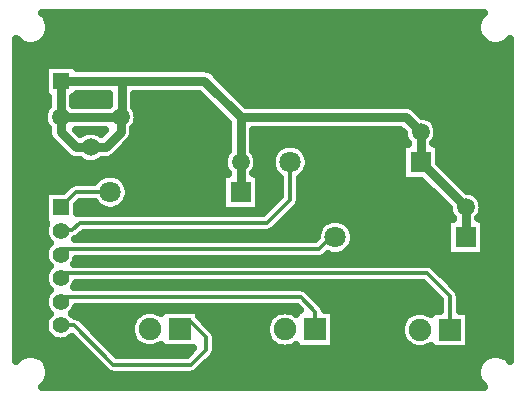
<source format=gtl>
G04 DipTrace 3.2.0.1*
G04 Top.gtl*
%MOIN*%
G04 #@! TF.FileFunction,Copper,L1,Top*
G04 #@! TF.Part,Single*
G04 #@! TA.AperFunction,Conductor*
%ADD14C,0.012992*%
%ADD15C,0.031496*%
G04 #@! TA.AperFunction,CopperBalancing*
%ADD16C,0.025*%
G04 #@! TA.AperFunction,ComponentPad*
%ADD17R,0.055118X0.055118*%
%ADD18C,0.055118*%
%ADD19R,0.070866X0.070866*%
%ADD20C,0.070866*%
%ADD21R,0.074803X0.074803*%
%ADD22C,0.074803*%
%ADD23C,0.059055*%
%FSLAX26Y26*%
G04*
G70*
G90*
G75*
G01*
G04 Top*
%LPD*%
X1890530Y635241D2*
D14*
Y746871D1*
X1814201Y823201D1*
X593701D1*
Y807480D1*
X1793701Y1193701D2*
D15*
Y1293701D1*
X1193701Y1193701D2*
Y1343701D1*
X1072441Y1464961D1*
X796846D1*
X593701D1*
Y1343701D1*
X793701D1*
Y1293701D1*
X743701Y1243701D1*
X693701D1*
X643701D1*
X593701Y1293701D1*
Y1343701D1*
D14*
X793701D1*
X796846Y1464961D2*
D15*
Y1346846D1*
D14*
X793701Y1343701D1*
X1193701Y1093701D2*
D15*
Y1193701D1*
X1793701Y1293701D2*
X1743701Y1343701D1*
X1193701D1*
X1793701Y1193701D2*
X1943701Y1043701D1*
Y943701D2*
Y1043701D1*
X1441282Y636369D2*
D14*
Y696119D1*
X1393701Y743701D1*
X608661D1*
X593701Y728740D1*
X758661Y1093701D2*
X643701D1*
X593701Y1043701D1*
X990530Y637121D2*
Y667718D1*
X1019684D1*
X1077573Y609828D1*
Y569168D1*
X1026921Y518517D1*
X768885D1*
X637402Y650000D1*
X593701D1*
X1358661Y1193701D2*
Y1069161D1*
X1281953Y992453D1*
X656778D1*
X632693Y968367D1*
X590294D1*
X593701Y964961D1*
X1508661Y943701D2*
X1493701D1*
X1453726Y903726D1*
X593701D1*
Y886220D1*
X553517Y1666962D2*
D16*
X1983884D1*
X558038Y1642093D2*
X1979363D1*
X552081Y1617224D2*
X1985319D1*
X448089Y1592356D2*
X456747D1*
X530658D2*
X2006742D1*
X2080676D2*
X2089348D1*
X448089Y1567487D2*
X2089348D1*
X448089Y1542618D2*
X2089348D1*
X448089Y1517749D2*
X537141D1*
X650260D2*
X2089348D1*
X448089Y1492881D2*
X537141D1*
X1106743D2*
X2089348D1*
X448089Y1468012D2*
X537141D1*
X1131611D2*
X2089348D1*
X448089Y1443143D2*
X537141D1*
X1156479D2*
X2089348D1*
X448089Y1418274D2*
X537141D1*
X650260D2*
X752123D1*
X841595D2*
X1056888D1*
X1181346D2*
X2089348D1*
X448089Y1393406D2*
X548947D1*
X638454D2*
X752123D1*
X841595D2*
X1081756D1*
X1206250D2*
X2089348D1*
X448089Y1368537D2*
X540981D1*
X846403D2*
X1106623D1*
X1781115D2*
X2089348D1*
X448089Y1343668D2*
X535168D1*
X852217D2*
X1131491D1*
X1821520D2*
X2089348D1*
X448089Y1318799D2*
X541017D1*
X846367D2*
X1148967D1*
X1846280D2*
X2089348D1*
X448089Y1293930D2*
X548947D1*
X655715D2*
X666396D1*
X720988D2*
X731705D1*
X838437D2*
X1148967D1*
X1238438D2*
X1731223D1*
X1852237D2*
X2089348D1*
X448089Y1269062D2*
X556878D1*
X830507D2*
X1148967D1*
X1238438D2*
X1740876D1*
X1846496D2*
X2089348D1*
X448089Y1244193D2*
X580956D1*
X806428D2*
X1148967D1*
X1238438D2*
X1320314D1*
X1397010D2*
X1729286D1*
X1858122D2*
X2089348D1*
X448089Y1219324D2*
X605824D1*
X781561D2*
X1141395D1*
X1246010D2*
X1299788D1*
X1417536D2*
X1729286D1*
X1858122D2*
X2089348D1*
X448089Y1194455D2*
X664494D1*
X722890D2*
X1135187D1*
X1252218D2*
X1294226D1*
X1423098D2*
X1729286D1*
X1858122D2*
X2089348D1*
X448089Y1169587D2*
X1140642D1*
X1246763D2*
X1299142D1*
X1418182D2*
X1729286D1*
X1880047D2*
X2089348D1*
X448089Y1144718D2*
X721048D1*
X796273D2*
X1129266D1*
X1258138D2*
X1318268D1*
X1399056D2*
X1729286D1*
X1904915D2*
X2089348D1*
X448089Y1119849D2*
X621074D1*
X817301D2*
X1129266D1*
X1258138D2*
X1323184D1*
X1394139D2*
X1805324D1*
X1929783D2*
X2089348D1*
X448089Y1094980D2*
X537141D1*
X823079D2*
X1129266D1*
X1258138D2*
X1323184D1*
X1394139D2*
X1830192D1*
X1968753D2*
X2089348D1*
X448089Y1070112D2*
X537141D1*
X818414D2*
X1129266D1*
X1258138D2*
X1310445D1*
X1394139D2*
X1855060D1*
X1995594D2*
X2089348D1*
X448089Y1045243D2*
X537141D1*
X650260D2*
X717603D1*
X799718D2*
X1129266D1*
X1258138D2*
X1285578D1*
X1383913D2*
X1879928D1*
X2002197D2*
X2089348D1*
X448089Y1020374D2*
X537141D1*
X1359009D2*
X1890262D1*
X1997137D2*
X2089348D1*
X448089Y995505D2*
X537141D1*
X1334141D2*
X1472247D1*
X1545104D2*
X1879282D1*
X2008118D2*
X2089348D1*
X448089Y970636D2*
X537464D1*
X1309273D2*
X1450394D1*
X1566922D2*
X1879282D1*
X2008118D2*
X2089348D1*
X448089Y945768D2*
X540658D1*
X659231D2*
X1444258D1*
X1573058D2*
X1879282D1*
X2008118D2*
X2089348D1*
X448089Y920899D2*
X549737D1*
X1568752D2*
X1879282D1*
X2008118D2*
X2089348D1*
X448089Y896030D2*
X538038D1*
X1550702D2*
X1879282D1*
X2008118D2*
X2089348D1*
X448089Y871161D2*
X539294D1*
X1461494D2*
X2089348D1*
X448089Y846293D2*
X553576D1*
X1840252D2*
X2089348D1*
X448089Y821424D2*
X538971D1*
X1865119D2*
X2089348D1*
X448089Y796555D2*
X538254D1*
X1889987D2*
X2089348D1*
X448089Y771686D2*
X550705D1*
X1413660D2*
X1816556D1*
X1914855D2*
X2089348D1*
X448089Y746818D2*
X540263D1*
X1439748D2*
X1841424D1*
X1926015D2*
X2089348D1*
X448089Y721949D2*
X537572D1*
X1464616D2*
X1855060D1*
X1926015D2*
X2089348D1*
X448089Y697080D2*
X547404D1*
X639997D2*
X865948D1*
X915121D2*
X924152D1*
X1056936D2*
X1318878D1*
X1363710D2*
X1374893D1*
X1507677D2*
X1771952D1*
X1809104D2*
X1824128D1*
X1956911D2*
X2089348D1*
X448089Y672211D2*
X541914D1*
X664327D2*
X834621D1*
X1064328D2*
X1285901D1*
X1507677D2*
X1735924D1*
X1956911D2*
X2089348D1*
X448089Y647343D2*
X537213D1*
X689195D2*
X824968D1*
X1089196D2*
X1275853D1*
X1507677D2*
X1725303D1*
X1956911D2*
X2089348D1*
X448089Y622474D2*
X544677D1*
X714062D2*
X825830D1*
X1110547D2*
X1276427D1*
X1507677D2*
X1725410D1*
X1956911D2*
X2089348D1*
X448089Y597605D2*
X577906D1*
X609496D2*
X640631D1*
X738966D2*
X837815D1*
X1113059D2*
X1287982D1*
X1507677D2*
X1736391D1*
X1956911D2*
X2089348D1*
X448089Y572736D2*
X665499D1*
X763834D2*
X1031984D1*
X1113059D2*
X1333017D1*
X1349535D2*
X1374893D1*
X1507677D2*
X1774787D1*
X1806269D2*
X1824128D1*
X1956911D2*
X2089348D1*
X448089Y547867D2*
X461336D1*
X526029D2*
X690367D1*
X1105272D2*
X2011371D1*
X2076047D2*
X2089348D1*
X550682Y522999D2*
X715234D1*
X1080548D2*
X1986755D1*
X557894Y498130D2*
X740102D1*
X1055680D2*
X1979506D1*
X554557Y473261D2*
X1982843D1*
X538302Y448392D2*
X1999099D1*
X548836Y1519012D2*
X647752D1*
Y1507206D1*
X1075755Y1507071D1*
X1082302Y1506034D1*
X1088606Y1503986D1*
X1094511Y1500976D1*
X1099874Y1497080D1*
X1128292Y1468846D1*
X1211189Y1385949D1*
X1747015Y1385811D1*
X1753562Y1384774D1*
X1759865Y1382726D1*
X1765771Y1379717D1*
X1771134Y1375821D1*
X1797548Y1349591D1*
X1806778Y1348173D1*
X1815139Y1345456D1*
X1822971Y1341465D1*
X1830083Y1336298D1*
X1836298Y1330083D1*
X1841465Y1322971D1*
X1845456Y1315139D1*
X1848173Y1306778D1*
X1849548Y1298096D1*
Y1289306D1*
X1848173Y1280623D1*
X1845456Y1272263D1*
X1841465Y1264431D1*
X1836298Y1257319D1*
X1835937Y1256928D1*
X1842012Y1255626D1*
X1855626D1*
Y1191501D1*
X1947572Y1099567D1*
X1952464Y1099031D1*
X1961012Y1096979D1*
X1969133Y1093615D1*
X1976628Y1089022D1*
X1983313Y1083313D1*
X1989022Y1076628D1*
X1993615Y1069133D1*
X1996979Y1061012D1*
X1999031Y1052464D1*
X1999720Y1043701D1*
X1999031Y1034937D1*
X1996979Y1026390D1*
X1993615Y1018268D1*
X1989022Y1010773D1*
X1985937Y1006928D1*
X1992012Y1005626D1*
X2005626D1*
Y881776D1*
X1881776D1*
Y1005626D1*
X1901476D1*
X1901103Y1007319D1*
X1895936Y1014431D1*
X1891945Y1022263D1*
X1889229Y1030623D1*
X1887854Y1039306D1*
X1887833Y1039838D1*
X1795869Y1131796D1*
X1731776Y1131776D1*
Y1255626D1*
X1751476D1*
X1751103Y1257319D1*
X1745936Y1264431D1*
X1741945Y1272263D1*
X1739229Y1280623D1*
X1737854Y1289306D1*
X1737833Y1289838D1*
X1726203Y1301462D1*
X1235975Y1301461D1*
X1235941Y1230486D1*
X1241465Y1222971D1*
X1245456Y1215139D1*
X1248173Y1206778D1*
X1249548Y1198096D1*
Y1189306D1*
X1248173Y1180623D1*
X1245456Y1172263D1*
X1241465Y1164431D1*
X1236298Y1157319D1*
X1235937Y1156928D1*
X1242012Y1155626D1*
X1255626D1*
Y1031776D1*
X1131776D1*
Y1155626D1*
X1151476D1*
X1151103Y1157319D1*
X1145936Y1164431D1*
X1141945Y1172263D1*
X1139229Y1180623D1*
X1137854Y1189306D1*
Y1198096D1*
X1139229Y1206778D1*
X1141945Y1215139D1*
X1145936Y1222971D1*
X1151103Y1230083D1*
X1151465Y1230474D1*
X1151461Y1326221D1*
X1054953Y1422712D1*
X839086Y1422720D1*
X839087Y1376506D1*
X843615Y1369133D1*
X846979Y1361012D1*
X849031Y1352464D1*
X849720Y1343701D1*
X849031Y1334937D1*
X846979Y1326390D1*
X843615Y1318268D1*
X839022Y1310773D1*
X835937Y1306928D1*
X835811Y1290387D1*
X834774Y1283840D1*
X832726Y1277536D1*
X829717Y1271630D1*
X825821Y1266268D1*
X797586Y1237850D1*
X771134Y1211581D1*
X765771Y1207685D1*
X759865Y1204676D1*
X753562Y1202628D1*
X747015Y1201591D1*
X730531Y1201461D1*
X722971Y1195936D1*
X715139Y1191945D1*
X706778Y1189229D1*
X698096Y1187854D1*
X689306D1*
X680623Y1189229D1*
X672263Y1191945D1*
X664431Y1195936D1*
X657319Y1201103D1*
X656928Y1201465D1*
X640387Y1201591D1*
X633840Y1202628D1*
X627536Y1204676D1*
X621630Y1207685D1*
X616268Y1211581D1*
X587850Y1239815D1*
X561581Y1266268D1*
X557685Y1271630D1*
X554676Y1277536D1*
X552628Y1283840D1*
X551591Y1290387D1*
X551461Y1306870D1*
X545936Y1314431D1*
X541945Y1322263D1*
X539229Y1330623D1*
X537854Y1339306D1*
Y1348096D1*
X539229Y1356778D1*
X541945Y1365139D1*
X545936Y1372971D1*
X551103Y1380083D1*
X551465Y1380474D1*
X551460Y1410912D1*
X539650Y1410909D1*
Y1519012D1*
X548836D1*
X647752Y1422735D2*
Y1410909D1*
X635946D1*
X635941Y1385908D1*
X754641Y1385941D1*
X754606Y1422742D1*
X647748Y1422720D1*
X820396Y1088842D2*
X818876Y1079245D1*
X815873Y1070003D1*
X811461Y1061345D1*
X805750Y1053484D1*
X798879Y1046612D1*
X791017Y1040901D1*
X782359Y1036489D1*
X773118Y1033487D1*
X763520Y1031966D1*
X753803D1*
X744205Y1033487D1*
X734964Y1036489D1*
X726306Y1040901D1*
X718444Y1046612D1*
X711573Y1053484D1*
X706294Y1060697D1*
X657360Y1060712D1*
X647768Y1051116D1*
X647752Y1024153D1*
X651618Y1025035D1*
X656788Y1025441D1*
X1268281D1*
X1325690Y1082842D1*
X1325673Y1141325D1*
X1318444Y1146612D1*
X1311573Y1153484D1*
X1305862Y1161345D1*
X1301450Y1170003D1*
X1298447Y1179245D1*
X1296927Y1188842D1*
Y1198559D1*
X1298447Y1208157D1*
X1301450Y1217399D1*
X1305862Y1226057D1*
X1311573Y1233918D1*
X1318444Y1240789D1*
X1326306Y1246501D1*
X1334964Y1250912D1*
X1344205Y1253915D1*
X1353803Y1255435D1*
X1363520D1*
X1373118Y1253915D1*
X1382359Y1250912D1*
X1391017Y1246501D1*
X1398879Y1240789D1*
X1405750Y1233918D1*
X1411461Y1226057D1*
X1415873Y1217399D1*
X1418876Y1208157D1*
X1420396Y1198559D1*
Y1188842D1*
X1418876Y1179245D1*
X1415873Y1170003D1*
X1411461Y1161345D1*
X1405750Y1153484D1*
X1398879Y1146612D1*
X1391665Y1141334D1*
X1391548Y1066573D1*
X1390738Y1061460D1*
X1389139Y1056537D1*
X1386789Y1051925D1*
X1383746Y1047737D1*
X1336518Y1000365D1*
X1303377Y967368D1*
X1299189Y964326D1*
X1294577Y961976D1*
X1289654Y960376D1*
X1284541Y959566D1*
X1217648Y959465D1*
X670450D1*
X654117Y943283D1*
X649929Y940240D1*
X645317Y937890D1*
X642877Y936991D1*
X658005Y936714D1*
X1440029D1*
X1446736Y943701D1*
X1447499Y953388D1*
X1449767Y962837D1*
X1453486Y971814D1*
X1458563Y980100D1*
X1464874Y987489D1*
X1472263Y993799D1*
X1480548Y998877D1*
X1489525Y1002595D1*
X1498974Y1004864D1*
X1508661Y1005626D1*
X1518349Y1004864D1*
X1527797Y1002595D1*
X1536775Y998877D1*
X1545060Y993799D1*
X1552449Y987489D1*
X1558760Y980100D1*
X1563837Y971814D1*
X1567556Y962837D1*
X1569824Y953388D1*
X1570587Y943701D1*
X1569824Y934014D1*
X1567556Y924565D1*
X1563837Y915587D1*
X1558760Y907302D1*
X1552449Y899913D1*
X1545060Y893602D1*
X1536775Y888525D1*
X1527797Y884806D1*
X1518349Y882538D1*
X1508661Y881776D1*
X1498974Y882538D1*
X1489525Y884806D1*
X1483705Y887070D1*
X1475150Y878641D1*
X1470962Y875599D1*
X1466350Y873249D1*
X1461427Y871649D1*
X1456314Y870839D1*
X1389421Y870737D1*
X645506D1*
X643638Y865536D1*
X639787Y857979D1*
X638599Y856201D1*
X1816789Y856087D1*
X1821902Y855278D1*
X1826825Y853678D1*
X1831437Y851328D1*
X1835625Y848285D1*
X1882997Y801057D1*
X1915615Y768296D1*
X1918657Y764108D1*
X1921007Y759495D1*
X1922607Y754572D1*
X1923417Y749460D1*
X1923518Y699110D1*
X1954424Y699135D1*
Y571348D1*
X1826637D1*
Y582508D1*
X1819537Y578312D1*
X1810274Y574475D1*
X1800525Y572134D1*
X1790530Y571348D1*
X1780535Y572134D1*
X1770786Y574475D1*
X1761523Y578312D1*
X1752974Y583550D1*
X1745351Y590062D1*
X1738839Y597686D1*
X1733600Y606234D1*
X1729764Y615497D1*
X1727423Y625246D1*
X1726636Y635241D1*
X1727423Y645237D1*
X1729764Y654986D1*
X1733600Y664249D1*
X1738839Y672797D1*
X1745351Y680421D1*
X1752974Y686933D1*
X1761523Y692171D1*
X1770786Y696008D1*
X1780535Y698349D1*
X1790530Y699135D1*
X1800525Y698349D1*
X1810274Y696008D1*
X1819537Y692171D1*
X1826636Y687902D1*
X1826637Y699135D1*
X1857533D1*
X1857542Y733241D1*
X1800547Y790203D1*
X644915Y790213D1*
X641861Y782942D1*
X638083Y776689D1*
X1396289Y776587D1*
X1401402Y775778D1*
X1406325Y774178D1*
X1410937Y771828D1*
X1415125Y768785D1*
X1462497Y721557D1*
X1466367Y717544D1*
X1469409Y713356D1*
X1471759Y708743D1*
X1473359Y703820D1*
X1473865Y701270D1*
X1478438Y700262D1*
X1505176D1*
Y572475D1*
X1377389D1*
Y583635D1*
X1370289Y579439D1*
X1361026Y575602D1*
X1351277Y573262D1*
X1341282Y572475D1*
X1331287Y573262D1*
X1321538Y575602D1*
X1312275Y579439D1*
X1303726Y584678D1*
X1296102Y591189D1*
X1289591Y598813D1*
X1284352Y607362D1*
X1280516Y616625D1*
X1278175Y626374D1*
X1277388Y636369D1*
X1278175Y646364D1*
X1280516Y656113D1*
X1284352Y665376D1*
X1289591Y673925D1*
X1296102Y681548D1*
X1303726Y688060D1*
X1312275Y693298D1*
X1321538Y697135D1*
X1331287Y699476D1*
X1341282Y700262D1*
X1351277Y699476D1*
X1361026Y697135D1*
X1370289Y693298D1*
X1377388Y689029D1*
X1377389Y700262D1*
X1390486D1*
X1380022Y710727D1*
X644690Y710712D1*
X641861Y704201D1*
X637429Y696970D1*
X631921Y690520D1*
X630716Y689406D1*
X636475Y682981D1*
X642562Y682582D1*
X647595Y681374D1*
X652378Y679393D1*
X656792Y676688D1*
X660735Y673319D1*
X782548Y551506D1*
X1013292Y551505D1*
X1034983Y573231D1*
X926637Y573227D1*
Y584387D1*
X919537Y580191D1*
X910274Y576354D1*
X900525Y574014D1*
X890530Y573227D1*
X880535Y574014D1*
X870786Y576354D1*
X861523Y580191D1*
X852974Y585430D1*
X845351Y591941D1*
X838839Y599565D1*
X833600Y608114D1*
X829764Y617376D1*
X827423Y627126D1*
X826636Y637121D1*
X827423Y647116D1*
X829764Y656865D1*
X833600Y666128D1*
X838839Y674677D1*
X845351Y682300D1*
X852974Y688812D1*
X861523Y694050D1*
X870786Y697887D1*
X880535Y700228D1*
X890530Y701014D1*
X900525Y700228D1*
X910274Y697887D1*
X919537Y694050D1*
X926636Y689781D1*
X926637Y701014D1*
X1054424D1*
Y679663D1*
X1102658Y631252D1*
X1105701Y627064D1*
X1108051Y622452D1*
X1109650Y617529D1*
X1110460Y612416D1*
X1110562Y569168D1*
X1110155Y564007D1*
X1108947Y558974D1*
X1106966Y554191D1*
X1104261Y549778D1*
X1100899Y545841D1*
X1048345Y493433D1*
X1044158Y490390D1*
X1039545Y488040D1*
X1034622Y486440D1*
X1029509Y485631D1*
X962617Y485529D1*
X766296Y485631D1*
X761184Y486440D1*
X756260Y488040D1*
X751648Y490390D1*
X747460Y493433D1*
X700088Y540661D1*
X630437Y610312D1*
X625471Y606272D1*
X618240Y601840D1*
X610404Y598594D1*
X602156Y596614D1*
X593701Y595949D1*
X585245Y596614D1*
X576998Y598594D1*
X569162Y601840D1*
X561930Y606272D1*
X555481Y611780D1*
X549972Y618230D1*
X545541Y625461D1*
X542295Y633297D1*
X540315Y641545D1*
X539650Y650000D1*
X540315Y658455D1*
X542295Y666703D1*
X545541Y674539D1*
X549972Y681770D1*
X555481Y688220D1*
X556686Y689334D1*
X552600Y693637D1*
X547615Y700498D1*
X543764Y708056D1*
X541143Y716122D1*
X539816Y724499D1*
Y732981D1*
X541143Y741358D1*
X543764Y749425D1*
X547615Y756982D1*
X552600Y763844D1*
X556686Y768074D1*
X552600Y772377D1*
X547615Y779239D1*
X543764Y786796D1*
X541143Y794862D1*
X539816Y803240D1*
Y811721D1*
X541143Y820098D1*
X543764Y828165D1*
X547615Y835722D1*
X552600Y842584D1*
X556686Y846814D1*
X552600Y851117D1*
X547615Y857979D1*
X543764Y865536D1*
X541143Y873602D1*
X539816Y881980D1*
Y890461D1*
X541143Y898838D1*
X543764Y906905D1*
X547615Y914462D1*
X552600Y921324D1*
X556686Y925555D1*
X552600Y929857D1*
X547615Y936719D1*
X543764Y944276D1*
X541143Y952343D1*
X539816Y960720D1*
Y969201D1*
X541143Y977579D1*
X543764Y985645D1*
X545630Y989658D1*
X539650Y989650D1*
Y1097752D1*
X601119D1*
X622277Y1118785D1*
X626464Y1121828D1*
X631077Y1124178D1*
X636000Y1125778D1*
X641113Y1126587D1*
X706247Y1126689D1*
X711573Y1133918D1*
X718444Y1140789D1*
X726306Y1146501D1*
X734964Y1150912D1*
X744205Y1153915D1*
X753803Y1155435D1*
X763520D1*
X773118Y1153915D1*
X782359Y1150912D1*
X791017Y1146501D1*
X798879Y1140789D1*
X805750Y1133918D1*
X811461Y1126057D1*
X815873Y1117399D1*
X818876Y1108157D1*
X820396Y1098559D1*
Y1088842D1*
X2091819Y1604922D2*
X2087431Y1599971D1*
X2080052Y1593668D1*
X2071777Y1588598D1*
X2062812Y1584884D1*
X2053375Y1582618D1*
X2043701Y1581857D1*
X2034026Y1582618D1*
X2024590Y1584884D1*
X2015624Y1588598D1*
X2007350Y1593668D1*
X1999971Y1599971D1*
X1993668Y1607350D1*
X1988598Y1615624D1*
X1984884Y1624590D1*
X1982618Y1634026D1*
X1981857Y1643701D1*
X1982618Y1653375D1*
X1984884Y1662812D1*
X1988598Y1671777D1*
X1993668Y1680052D1*
X1999971Y1687431D1*
X2004922Y1691819D1*
X532567Y1691831D1*
X537431Y1687431D1*
X543733Y1680052D1*
X548804Y1671777D1*
X552518Y1662812D1*
X554783Y1653375D1*
X555545Y1643701D1*
X554783Y1634026D1*
X552518Y1624590D1*
X548804Y1615624D1*
X543733Y1607350D1*
X537431Y1599971D1*
X530052Y1593668D1*
X521777Y1588598D1*
X512812Y1584884D1*
X503375Y1582618D1*
X493701Y1581857D1*
X484026Y1582618D1*
X474590Y1584884D1*
X465624Y1588598D1*
X457350Y1593668D1*
X449971Y1599971D1*
X445582Y1604922D1*
X445571Y532533D1*
X449971Y537431D1*
X457350Y543733D1*
X465624Y548804D1*
X474590Y552518D1*
X484026Y554783D1*
X493701Y555545D1*
X503375Y554783D1*
X512812Y552518D1*
X521777Y548804D1*
X530052Y543733D1*
X537431Y537431D1*
X543733Y530052D1*
X548804Y521777D1*
X552518Y512812D1*
X554783Y503375D1*
X555545Y493701D1*
X554783Y484026D1*
X552518Y474590D1*
X548804Y465624D1*
X543733Y457350D1*
X537431Y449971D1*
X532480Y445582D1*
X2004834Y445571D1*
X1999971Y449971D1*
X1993668Y457350D1*
X1988598Y465624D1*
X1984884Y474590D1*
X1982618Y484026D1*
X1981857Y493701D1*
X1982618Y503375D1*
X1984884Y512812D1*
X1988598Y521777D1*
X1993668Y530052D1*
X1999971Y537431D1*
X2007350Y543733D1*
X2015624Y548804D1*
X2024590Y552518D1*
X2034026Y554783D1*
X2043701Y555545D1*
X2053375Y554783D1*
X2062812Y552518D1*
X2071777Y548804D1*
X2080052Y543733D1*
X2087431Y537431D1*
X2091819Y532480D1*
X2091831Y1604869D1*
X659275Y1287841D2*
X664431Y1291465D1*
X672263Y1295456D1*
X680623Y1298173D1*
X689306Y1299548D1*
X698096D1*
X706778Y1298173D1*
X715139Y1295456D1*
X722971Y1291465D1*
X728126Y1287841D1*
X741718Y1301455D1*
X645679Y1301460D1*
X659270Y1287868D1*
D17*
X593701Y1464961D3*
D18*
Y1543701D3*
D19*
X1193701Y1093701D3*
D20*
X758661D3*
D19*
X1793701Y1193701D3*
D20*
X1358661D3*
D19*
X1943701Y943701D3*
D20*
X1508661D3*
D17*
X593701Y1043701D3*
D18*
Y964961D3*
Y886220D3*
Y807480D3*
Y728740D3*
Y650000D3*
Y571260D3*
D21*
X990530Y637121D3*
D22*
X890530D3*
X790530D3*
D21*
X1441282Y636369D3*
D22*
X1341282D3*
X1241282D3*
D21*
X1890530Y635241D3*
D22*
X1790530D3*
X1690530D3*
D23*
X1943701Y1043701D3*
X1793701Y1293701D3*
X1193701Y1193701D3*
X793701Y1343701D3*
X693701Y1243701D3*
X593701Y1343701D3*
M02*

</source>
